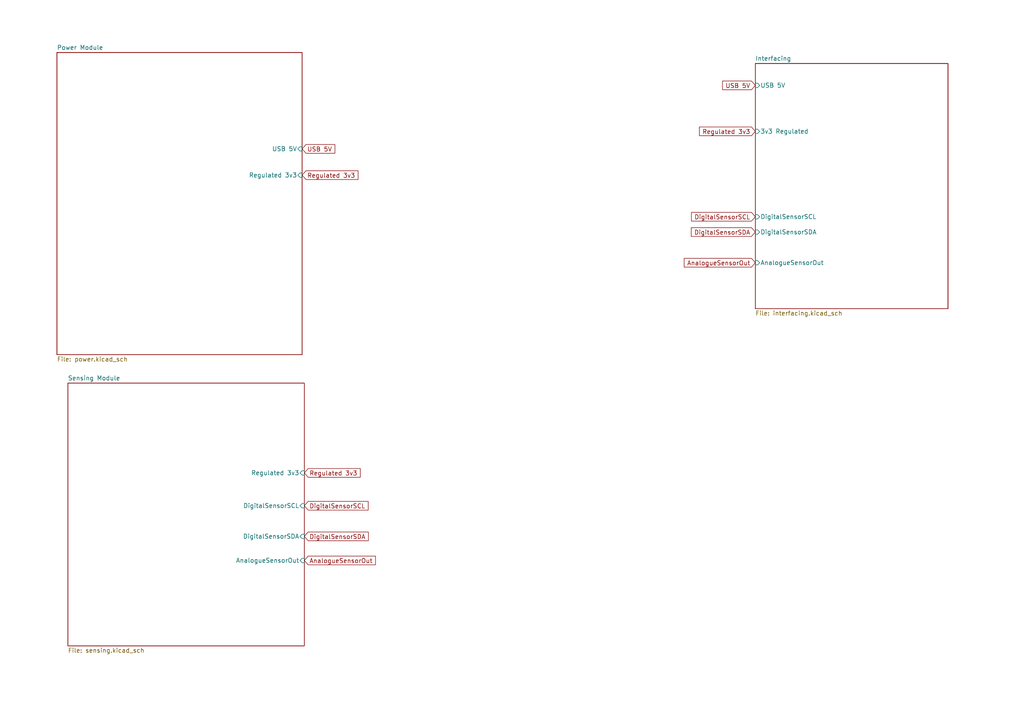
<source format=kicad_sch>
(kicad_sch (version 20230121) (generator eeschema)
  (paper "A4")
  (lib_symbols)
  (global_label "Regulated 3v3" (shape input) (at 88.265 137.16 0) (property "Intersheetrefs" "${INTERSHEET_REFS}" (effects hide)))
  (global_label "DigitalSensorSCL" (shape input) (at 219.075 62.865 180) (property "Intersheetrefs" "${INTERSHEET_REFS}" (effects hide)))
  (global_label "Regulated 3v3" (shape input) (at 219.075 38.1 180) (property "Intersheetrefs" "${INTERSHEET_REFS}" (effects hide)))
  (global_label "Regulated 3v3" (shape input) (at 87.63 50.8 0) (property "Intersheetrefs" "${INTERSHEET_REFS}" (effects hide)))
  (global_label "DigitalSensorSCL" (shape input) (at 88.265 146.685 0) (property "Intersheetrefs" "${INTERSHEET_REFS}" (effects hide)))
  (global_label "AnalogueSensorOut" (shape input) (at 219.075 76.2 180) (property "Intersheetrefs" "${INTERSHEET_REFS}" (effects hide)))
  (global_label "USB 5V" (shape input) (at 219.075 24.765 180) (property "Intersheetrefs" "${INTERSHEET_REFS}" (effects hide)))
  (global_label "DigitalSensorSDA" (shape input) (at 219.075 67.31 180) (property "Intersheetrefs" "${INTERSHEET_REFS}" (effects hide)))
  (global_label "USB 5V" (shape input) (at 87.63 43.18 0) (property "Intersheetrefs" "${INTERSHEET_REFS}" (effects hide)))
  (global_label "DigitalSensorSDA" (shape input) (at 88.265 155.575 0) (property "Intersheetrefs" "${INTERSHEET_REFS}" (effects hide)))
  (global_label "AnalogueSensorOut" (shape input) (at 88.265 162.56 0) (property "Intersheetrefs" "${INTERSHEET_REFS}" (effects hide)))
  (sheet (at 16.51 15.24) (size 71.12 87.63) (stroke (width 0.1524))
    (property "Sheetname" "Power Module" (at 16.51 14.5284 0) (effects (justify left bottom)))
    (property "Sheetfile" "power.kicad_sch" (at 16.51 103.4546 0) (effects (justify left top)))
    (pin "USB 5V" input (at 87.63 43.18 0))
    (pin "Regulated 3v3" input (at 87.63 50.8 0))
  )
  (sheet (at 19.685 111.125) (size 68.58 76.2) (stroke (width 0.1524))
    (property "Sheetname" "Sensing Module" (at 19.685 110.4134 0) (effects (justify left bottom)))
    (property "Sheetfile" "sensing.kicad_sch" (at 19.685 187.9096 0) (effects (justify left top)))
    (pin "Regulated 3v3" input (at 88.265 137.16 0))
    (pin "DigitalSensorSCL" input (at 88.265 146.685 0))
    (pin "DigitalSensorSDA" input (at 88.265 155.575 0))
    (pin "AnalogueSensorOut" input (at 88.265 162.56 0))
  )
  (sheet (at 219.075 18.415) (size 55.88 71.12) (stroke (width 0.1524))
    (property "Sheetname" "Interfacing" (at 219.075 17.7034 0) (effects (justify left bottom)))
    (property "Sheetfile" "interfacing.kicad_sch" (at 219.075 90.1196 0) (effects (justify left top)))
    (pin "3v3 Regulated" input (at 219.075 38.1 180))
    (pin "USB 5V" input (at 219.075 24.765 180))
    (pin "AnalogueSensorOut" input (at 219.075 76.2 180))
    (pin "DigitalSensorSDA" input (at 219.075 67.31 180))
    (pin "DigitalSensorSCL" input (at 219.075 62.865 180))
  )
)
</source>
